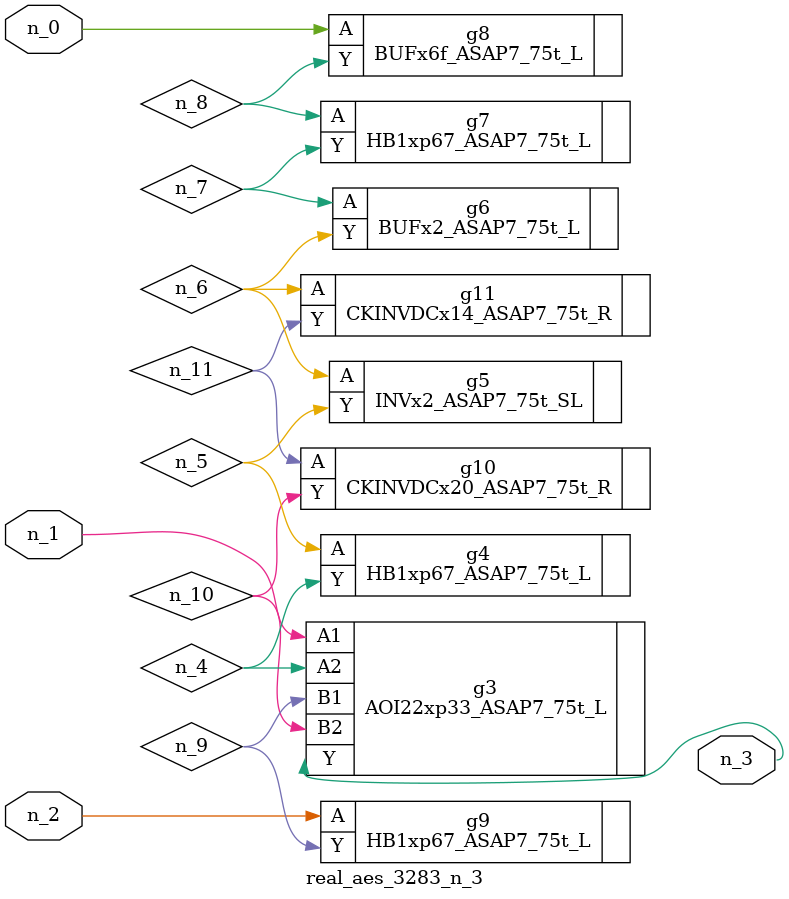
<source format=v>
module real_aes_3283_n_3 (n_0, n_2, n_1, n_3);
input n_0;
input n_2;
input n_1;
output n_3;
wire n_4;
wire n_5;
wire n_7;
wire n_9;
wire n_6;
wire n_8;
wire n_10;
wire n_11;
BUFx6f_ASAP7_75t_L g8 ( .A(n_0), .Y(n_8) );
AOI22xp33_ASAP7_75t_L g3 ( .A1(n_1), .A2(n_4), .B1(n_9), .B2(n_10), .Y(n_3) );
HB1xp67_ASAP7_75t_L g9 ( .A(n_2), .Y(n_9) );
HB1xp67_ASAP7_75t_L g4 ( .A(n_5), .Y(n_4) );
INVx2_ASAP7_75t_SL g5 ( .A(n_6), .Y(n_5) );
CKINVDCx14_ASAP7_75t_R g11 ( .A(n_6), .Y(n_11) );
BUFx2_ASAP7_75t_L g6 ( .A(n_7), .Y(n_6) );
HB1xp67_ASAP7_75t_L g7 ( .A(n_8), .Y(n_7) );
CKINVDCx20_ASAP7_75t_R g10 ( .A(n_11), .Y(n_10) );
endmodule
</source>
